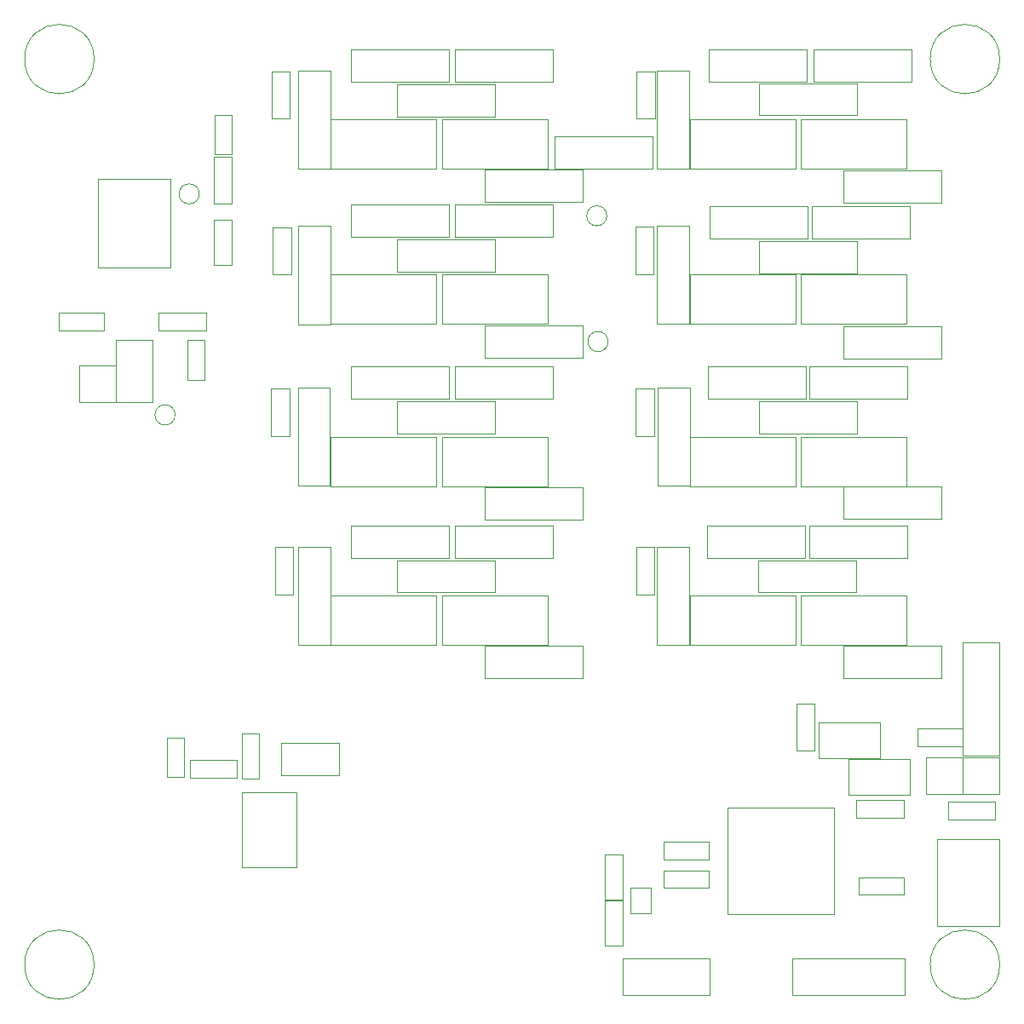
<source format=gbr>
G04 #@! TF.FileFunction,Other,User*
%FSLAX46Y46*%
G04 Gerber Fmt 4.6, Leading zero omitted, Abs format (unit mm)*
G04 Created by KiCad (PCBNEW 4.0.2-stable) date 04/10/2017 18:39:22*
%MOMM*%
G01*
G04 APERTURE LIST*
%ADD10C,0.100000*%
%ADD11C,0.050000*%
G04 APERTURE END LIST*
D10*
D11*
X149575000Y-134555000D02*
X145075000Y-134555000D01*
X149575000Y-134555000D02*
X149575000Y-132805000D01*
X145075000Y-132805000D02*
X145075000Y-134555000D01*
X145075000Y-132805000D02*
X149575000Y-132805000D01*
X145075000Y-135645000D02*
X149575000Y-135645000D01*
X145075000Y-135645000D02*
X145075000Y-137395000D01*
X149575000Y-137395000D02*
X149575000Y-135645000D01*
X149575000Y-137395000D02*
X145075000Y-137395000D01*
X164425000Y-136320000D02*
X168925000Y-136320000D01*
X164425000Y-136320000D02*
X164425000Y-138070000D01*
X168925000Y-138070000D02*
X168925000Y-136320000D01*
X168925000Y-138070000D02*
X164425000Y-138070000D01*
X104855000Y-122025000D02*
X104855000Y-126525000D01*
X104855000Y-122025000D02*
X103105000Y-122025000D01*
X103105000Y-126525000D02*
X104855000Y-126525000D01*
X103105000Y-126525000D02*
X103105000Y-122025000D01*
X102130000Y-70975000D02*
X102130000Y-75475000D01*
X102130000Y-70975000D02*
X100380000Y-70975000D01*
X100380000Y-75475000D02*
X102130000Y-75475000D01*
X100380000Y-75475000D02*
X100380000Y-70975000D01*
X139245000Y-138575000D02*
X139245000Y-134075000D01*
X139245000Y-138575000D02*
X140995000Y-138575000D01*
X140995000Y-134075000D02*
X139245000Y-134075000D01*
X140995000Y-134075000D02*
X140995000Y-138575000D01*
X141005000Y-138650000D02*
X141005000Y-143150000D01*
X141005000Y-138650000D02*
X139255000Y-138650000D01*
X139255000Y-143150000D02*
X141005000Y-143150000D01*
X139255000Y-143150000D02*
X139255000Y-138650000D01*
X84950000Y-80195000D02*
X89450000Y-80195000D01*
X84950000Y-80195000D02*
X84950000Y-81945000D01*
X89450000Y-81945000D02*
X89450000Y-80195000D01*
X89450000Y-81945000D02*
X84950000Y-81945000D01*
X169550000Y-124550000D02*
X163400000Y-124550000D01*
X163400000Y-124550000D02*
X163400000Y-128150000D01*
X163400000Y-128150000D02*
X169550000Y-128150000D01*
X169550000Y-128150000D02*
X169550000Y-124550000D01*
X166600000Y-120925000D02*
X160450000Y-120925000D01*
X160450000Y-120925000D02*
X160450000Y-124525000D01*
X160450000Y-124525000D02*
X166600000Y-124525000D01*
X166600000Y-124525000D02*
X166600000Y-120925000D01*
X157800000Y-148000000D02*
X169000000Y-148000000D01*
X169000000Y-148000000D02*
X169000000Y-144400000D01*
X169000000Y-144400000D02*
X157800000Y-144400000D01*
X157800000Y-144400000D02*
X157800000Y-148000000D01*
X87000000Y-85475000D02*
X87000000Y-89075000D01*
X87000000Y-89075000D02*
X90600000Y-89075000D01*
X90600000Y-89075000D02*
X90600000Y-85475000D01*
X90600000Y-85475000D02*
X87000000Y-85475000D01*
X171150000Y-124420000D02*
X171150000Y-128020000D01*
X171150000Y-128020000D02*
X174750000Y-128020000D01*
X174750000Y-128020000D02*
X174750000Y-124420000D01*
X174750000Y-124420000D02*
X171150000Y-124420000D01*
X147678320Y-60973520D02*
X147678320Y-65883520D01*
X147678320Y-65883520D02*
X158178320Y-65883520D01*
X158178320Y-65883520D02*
X158178320Y-60973520D01*
X158178320Y-60973520D02*
X147678320Y-60973520D01*
X147663080Y-76431960D02*
X147663080Y-81341960D01*
X147663080Y-81341960D02*
X158163080Y-81341960D01*
X158163080Y-81341960D02*
X158163080Y-76431960D01*
X158163080Y-76431960D02*
X147663080Y-76431960D01*
X147715000Y-92525000D02*
X147715000Y-97435000D01*
X147715000Y-97435000D02*
X158215000Y-97435000D01*
X158215000Y-97435000D02*
X158215000Y-92525000D01*
X158215000Y-92525000D02*
X147715000Y-92525000D01*
X147715000Y-108300000D02*
X147715000Y-113210000D01*
X147715000Y-113210000D02*
X158215000Y-113210000D01*
X158215000Y-113210000D02*
X158215000Y-108300000D01*
X158215000Y-108300000D02*
X147715000Y-108300000D01*
X111990000Y-60975000D02*
X111990000Y-65885000D01*
X111990000Y-65885000D02*
X122490000Y-65885000D01*
X122490000Y-65885000D02*
X122490000Y-60975000D01*
X122490000Y-60975000D02*
X111990000Y-60975000D01*
X158727320Y-60973520D02*
X158727320Y-65883520D01*
X158727320Y-65883520D02*
X169227320Y-65883520D01*
X169227320Y-65883520D02*
X169227320Y-60973520D01*
X169227320Y-60973520D02*
X158727320Y-60973520D01*
X158727320Y-76431960D02*
X158727320Y-81341960D01*
X158727320Y-81341960D02*
X169227320Y-81341960D01*
X169227320Y-81341960D02*
X169227320Y-76431960D01*
X169227320Y-76431960D02*
X158727320Y-76431960D01*
X158715000Y-92525000D02*
X158715000Y-97435000D01*
X158715000Y-97435000D02*
X169215000Y-97435000D01*
X169215000Y-97435000D02*
X169215000Y-92525000D01*
X169215000Y-92525000D02*
X158715000Y-92525000D01*
X158715000Y-108300000D02*
X158715000Y-113210000D01*
X158715000Y-113210000D02*
X169215000Y-113210000D01*
X169215000Y-113210000D02*
X169215000Y-108300000D01*
X169215000Y-108300000D02*
X158715000Y-108300000D01*
X123040000Y-61000000D02*
X123040000Y-65910000D01*
X123040000Y-65910000D02*
X133540000Y-65910000D01*
X133540000Y-65910000D02*
X133540000Y-61000000D01*
X133540000Y-61000000D02*
X123040000Y-61000000D01*
X111990000Y-76431960D02*
X111990000Y-81341960D01*
X111990000Y-81341960D02*
X122490000Y-81341960D01*
X122490000Y-81341960D02*
X122490000Y-76431960D01*
X122490000Y-76431960D02*
X111990000Y-76431960D01*
X111990000Y-92525000D02*
X111990000Y-97435000D01*
X111990000Y-97435000D02*
X122490000Y-97435000D01*
X122490000Y-97435000D02*
X122490000Y-92525000D01*
X122490000Y-92525000D02*
X111990000Y-92525000D01*
X111990000Y-108300000D02*
X111990000Y-113210000D01*
X111990000Y-113210000D02*
X122490000Y-113210000D01*
X122490000Y-113210000D02*
X122490000Y-108300000D01*
X122490000Y-108300000D02*
X111990000Y-108300000D01*
X123040000Y-76431960D02*
X123040000Y-81341960D01*
X123040000Y-81341960D02*
X133540000Y-81341960D01*
X133540000Y-81341960D02*
X133540000Y-76431960D01*
X133540000Y-76431960D02*
X123040000Y-76431960D01*
X123040000Y-92525000D02*
X123040000Y-97435000D01*
X123040000Y-97435000D02*
X133540000Y-97435000D01*
X133540000Y-97435000D02*
X133540000Y-92525000D01*
X133540000Y-92525000D02*
X123040000Y-92525000D01*
X123040000Y-108300000D02*
X123040000Y-113210000D01*
X123040000Y-113210000D02*
X133540000Y-113210000D01*
X133540000Y-113210000D02*
X133540000Y-108300000D01*
X133540000Y-108300000D02*
X123040000Y-108300000D01*
X144411900Y-65888580D02*
X147611900Y-65888580D01*
X147611900Y-65888580D02*
X147611900Y-56138580D01*
X147611900Y-56138580D02*
X144411900Y-56138580D01*
X144411900Y-56138580D02*
X144411900Y-65888580D01*
X144391580Y-81341940D02*
X147591580Y-81341940D01*
X147591580Y-81341940D02*
X147591580Y-71591940D01*
X147591580Y-71591940D02*
X144391580Y-71591940D01*
X144391580Y-71591940D02*
X144391580Y-81341940D01*
X144450000Y-97425000D02*
X147650000Y-97425000D01*
X147650000Y-97425000D02*
X147650000Y-87675000D01*
X147650000Y-87675000D02*
X144450000Y-87675000D01*
X144450000Y-87675000D02*
X144450000Y-97425000D01*
X144400000Y-113200000D02*
X147600000Y-113200000D01*
X147600000Y-113200000D02*
X147600000Y-103450000D01*
X147600000Y-103450000D02*
X144400000Y-103450000D01*
X144400000Y-103450000D02*
X144400000Y-113200000D01*
X108725000Y-65875000D02*
X111925000Y-65875000D01*
X111925000Y-65875000D02*
X111925000Y-56125000D01*
X111925000Y-56125000D02*
X108725000Y-56125000D01*
X108725000Y-56125000D02*
X108725000Y-65875000D01*
X159281840Y-57276800D02*
X159281840Y-54076800D01*
X159281840Y-54076800D02*
X149531840Y-54076800D01*
X149531840Y-54076800D02*
X149531840Y-57276800D01*
X149531840Y-57276800D02*
X159281840Y-57276800D01*
X159375000Y-72850000D02*
X159375000Y-69650000D01*
X159375000Y-69650000D02*
X149625000Y-69650000D01*
X149625000Y-69650000D02*
X149625000Y-72850000D01*
X149625000Y-72850000D02*
X159375000Y-72850000D01*
X159175000Y-88775000D02*
X159175000Y-85575000D01*
X159175000Y-85575000D02*
X149425000Y-85575000D01*
X149425000Y-85575000D02*
X149425000Y-88775000D01*
X149425000Y-88775000D02*
X159175000Y-88775000D01*
X159125000Y-104550000D02*
X159125000Y-101350000D01*
X159125000Y-101350000D02*
X149375000Y-101350000D01*
X149375000Y-101350000D02*
X149375000Y-104550000D01*
X149375000Y-104550000D02*
X159125000Y-104550000D01*
X123700000Y-57275000D02*
X123700000Y-54075000D01*
X123700000Y-54075000D02*
X113950000Y-54075000D01*
X113950000Y-54075000D02*
X113950000Y-57275000D01*
X113950000Y-57275000D02*
X123700000Y-57275000D01*
X154499600Y-57388960D02*
X154499600Y-60588960D01*
X154499600Y-60588960D02*
X164249600Y-60588960D01*
X164249600Y-60588960D02*
X164249600Y-57388960D01*
X164249600Y-57388960D02*
X154499600Y-57388960D01*
X154499600Y-73100000D02*
X154499600Y-76300000D01*
X154499600Y-76300000D02*
X164249600Y-76300000D01*
X164249600Y-76300000D02*
X164249600Y-73100000D01*
X164249600Y-73100000D02*
X154499600Y-73100000D01*
X154549600Y-89050000D02*
X154549600Y-92250000D01*
X154549600Y-92250000D02*
X164299600Y-92250000D01*
X164299600Y-92250000D02*
X164299600Y-89050000D01*
X164299600Y-89050000D02*
X154549600Y-89050000D01*
X154450000Y-104800000D02*
X154450000Y-108000000D01*
X154450000Y-108000000D02*
X164200000Y-108000000D01*
X164200000Y-108000000D02*
X164200000Y-104800000D01*
X164200000Y-104800000D02*
X154450000Y-104800000D01*
X118575000Y-57525000D02*
X118575000Y-60725000D01*
X118575000Y-60725000D02*
X128325000Y-60725000D01*
X128325000Y-60725000D02*
X128325000Y-57525000D01*
X128325000Y-57525000D02*
X118575000Y-57525000D01*
X159986000Y-54076800D02*
X159986000Y-57276800D01*
X159986000Y-57276800D02*
X169736000Y-57276800D01*
X169736000Y-57276800D02*
X169736000Y-54076800D01*
X169736000Y-54076800D02*
X159986000Y-54076800D01*
X159775000Y-69650000D02*
X159775000Y-72850000D01*
X159775000Y-72850000D02*
X169525000Y-72850000D01*
X169525000Y-72850000D02*
X169525000Y-69650000D01*
X169525000Y-69650000D02*
X159775000Y-69650000D01*
X159525000Y-85575000D02*
X159525000Y-88775000D01*
X159525000Y-88775000D02*
X169275000Y-88775000D01*
X169275000Y-88775000D02*
X169275000Y-85575000D01*
X169275000Y-85575000D02*
X159525000Y-85575000D01*
X159525000Y-101350000D02*
X159525000Y-104550000D01*
X159525000Y-104550000D02*
X169275000Y-104550000D01*
X169275000Y-104550000D02*
X169275000Y-101350000D01*
X169275000Y-101350000D02*
X159525000Y-101350000D01*
X124300000Y-54075000D02*
X124300000Y-57275000D01*
X124300000Y-57275000D02*
X134050000Y-57275000D01*
X134050000Y-57275000D02*
X134050000Y-54075000D01*
X134050000Y-54075000D02*
X124300000Y-54075000D01*
X162925000Y-66100000D02*
X162925000Y-69300000D01*
X162925000Y-69300000D02*
X172675000Y-69300000D01*
X172675000Y-69300000D02*
X172675000Y-66100000D01*
X172675000Y-66100000D02*
X162925000Y-66100000D01*
X162925000Y-81550000D02*
X162925000Y-84750000D01*
X162925000Y-84750000D02*
X172675000Y-84750000D01*
X172675000Y-84750000D02*
X172675000Y-81550000D01*
X172675000Y-81550000D02*
X162925000Y-81550000D01*
X162925000Y-97475000D02*
X162925000Y-100675000D01*
X162925000Y-100675000D02*
X172675000Y-100675000D01*
X172675000Y-100675000D02*
X172675000Y-97475000D01*
X172675000Y-97475000D02*
X162925000Y-97475000D01*
X162925000Y-113325000D02*
X162925000Y-116525000D01*
X162925000Y-116525000D02*
X172675000Y-116525000D01*
X172675000Y-116525000D02*
X172675000Y-113325000D01*
X172675000Y-113325000D02*
X162925000Y-113325000D01*
X127250000Y-66000000D02*
X127250000Y-69200000D01*
X127250000Y-69200000D02*
X137000000Y-69200000D01*
X137000000Y-69200000D02*
X137000000Y-66000000D01*
X137000000Y-66000000D02*
X127250000Y-66000000D01*
X108725000Y-81350000D02*
X111925000Y-81350000D01*
X111925000Y-81350000D02*
X111925000Y-71600000D01*
X111925000Y-71600000D02*
X108725000Y-71600000D01*
X108725000Y-71600000D02*
X108725000Y-81350000D01*
X108700000Y-97425000D02*
X111900000Y-97425000D01*
X111900000Y-97425000D02*
X111900000Y-87675000D01*
X111900000Y-87675000D02*
X108700000Y-87675000D01*
X108700000Y-87675000D02*
X108700000Y-97425000D01*
X108725000Y-113200000D02*
X111925000Y-113200000D01*
X111925000Y-113200000D02*
X111925000Y-103450000D01*
X111925000Y-103450000D02*
X108725000Y-103450000D01*
X108725000Y-103450000D02*
X108725000Y-113200000D01*
X123700000Y-72675000D02*
X123700000Y-69475000D01*
X123700000Y-69475000D02*
X113950000Y-69475000D01*
X113950000Y-69475000D02*
X113950000Y-72675000D01*
X113950000Y-72675000D02*
X123700000Y-72675000D01*
X123700000Y-88775000D02*
X123700000Y-85575000D01*
X123700000Y-85575000D02*
X113950000Y-85575000D01*
X113950000Y-85575000D02*
X113950000Y-88775000D01*
X113950000Y-88775000D02*
X123700000Y-88775000D01*
X123700000Y-104550000D02*
X123700000Y-101350000D01*
X123700000Y-101350000D02*
X113950000Y-101350000D01*
X113950000Y-101350000D02*
X113950000Y-104550000D01*
X113950000Y-104550000D02*
X123700000Y-104550000D01*
X118575000Y-72925000D02*
X118575000Y-76125000D01*
X118575000Y-76125000D02*
X128325000Y-76125000D01*
X128325000Y-76125000D02*
X128325000Y-72925000D01*
X128325000Y-72925000D02*
X118575000Y-72925000D01*
X118575000Y-89050000D02*
X118575000Y-92250000D01*
X118575000Y-92250000D02*
X128325000Y-92250000D01*
X128325000Y-92250000D02*
X128325000Y-89050000D01*
X128325000Y-89050000D02*
X118575000Y-89050000D01*
X118575000Y-104800000D02*
X118575000Y-108000000D01*
X118575000Y-108000000D02*
X128325000Y-108000000D01*
X128325000Y-108000000D02*
X128325000Y-104800000D01*
X128325000Y-104800000D02*
X118575000Y-104800000D01*
X124300000Y-69475000D02*
X124300000Y-72675000D01*
X124300000Y-72675000D02*
X134050000Y-72675000D01*
X134050000Y-72675000D02*
X134050000Y-69475000D01*
X134050000Y-69475000D02*
X124300000Y-69475000D01*
X124300000Y-85575000D02*
X124300000Y-88775000D01*
X124300000Y-88775000D02*
X134050000Y-88775000D01*
X134050000Y-88775000D02*
X134050000Y-85575000D01*
X134050000Y-85575000D02*
X124300000Y-85575000D01*
X124300000Y-101350000D02*
X124300000Y-104550000D01*
X124300000Y-104550000D02*
X134050000Y-104550000D01*
X134050000Y-104550000D02*
X134050000Y-101350000D01*
X134050000Y-101350000D02*
X124300000Y-101350000D01*
X127250000Y-81475000D02*
X127250000Y-84675000D01*
X127250000Y-84675000D02*
X137000000Y-84675000D01*
X137000000Y-84675000D02*
X137000000Y-81475000D01*
X137000000Y-81475000D02*
X127250000Y-81475000D01*
X127250000Y-97575000D02*
X127250000Y-100775000D01*
X127250000Y-100775000D02*
X137000000Y-100775000D01*
X137000000Y-100775000D02*
X137000000Y-97575000D01*
X137000000Y-97575000D02*
X127250000Y-97575000D01*
X127250000Y-113325000D02*
X127250000Y-116525000D01*
X127250000Y-116525000D02*
X137000000Y-116525000D01*
X137000000Y-116525000D02*
X137000000Y-113325000D01*
X137000000Y-113325000D02*
X127250000Y-113325000D01*
X97950000Y-124625000D02*
X102650000Y-124625000D01*
X97950000Y-124625000D02*
X97950000Y-126425000D01*
X102650000Y-126425000D02*
X102650000Y-124625000D01*
X102650000Y-126425000D02*
X97950000Y-126425000D01*
X100350000Y-69400000D02*
X100350000Y-64700000D01*
X100350000Y-69400000D02*
X102150000Y-69400000D01*
X102150000Y-64700000D02*
X100350000Y-64700000D01*
X102150000Y-64700000D02*
X102150000Y-69400000D01*
X94875000Y-80175000D02*
X99575000Y-80175000D01*
X94875000Y-80175000D02*
X94875000Y-81975000D01*
X99575000Y-81975000D02*
X99575000Y-80175000D01*
X99575000Y-81975000D02*
X94875000Y-81975000D01*
X178025000Y-130575000D02*
X173325000Y-130575000D01*
X178025000Y-130575000D02*
X178025000Y-128775000D01*
X173325000Y-128775000D02*
X173325000Y-130575000D01*
X173325000Y-128775000D02*
X178025000Y-128775000D01*
X103175000Y-135330000D02*
X108575000Y-135330000D01*
X103175000Y-127870000D02*
X108575000Y-127870000D01*
X103175000Y-135330000D02*
X103175000Y-127870000D01*
X108575000Y-135330000D02*
X108575000Y-127870000D01*
X88825000Y-66925000D02*
X88825000Y-75725000D01*
X96025000Y-66925000D02*
X88825000Y-66925000D01*
X96025000Y-75725000D02*
X96025000Y-66925000D01*
X88825000Y-75725000D02*
X96025000Y-75725000D01*
X97400000Y-126375000D02*
X95700000Y-126375000D01*
X95700000Y-126375000D02*
X95700000Y-122475000D01*
X95700000Y-122475000D02*
X97400000Y-122475000D01*
X97400000Y-122475000D02*
X97400000Y-126375000D01*
X102125000Y-64475000D02*
X100425000Y-64475000D01*
X100425000Y-64475000D02*
X100425000Y-60575000D01*
X100425000Y-60575000D02*
X102125000Y-60575000D01*
X102125000Y-60575000D02*
X102125000Y-64475000D01*
X97725000Y-82950000D02*
X99425000Y-82950000D01*
X99425000Y-82950000D02*
X99425000Y-86850000D01*
X99425000Y-86850000D02*
X97725000Y-86850000D01*
X97725000Y-86850000D02*
X97725000Y-82950000D01*
X94225000Y-89075000D02*
X94225000Y-82925000D01*
X94225000Y-82925000D02*
X90625000Y-82925000D01*
X90625000Y-82925000D02*
X90625000Y-89075000D01*
X90625000Y-89075000D02*
X94225000Y-89075000D01*
X168900000Y-130425000D02*
X164200000Y-130425000D01*
X168900000Y-130425000D02*
X168900000Y-128625000D01*
X164200000Y-128625000D02*
X164200000Y-130425000D01*
X164200000Y-128625000D02*
X168900000Y-128625000D01*
X160050000Y-119025000D02*
X160050000Y-123725000D01*
X160050000Y-119025000D02*
X158250000Y-119025000D01*
X158250000Y-123725000D02*
X160050000Y-123725000D01*
X158250000Y-123725000D02*
X158250000Y-119025000D01*
X107075000Y-122950000D02*
X107075000Y-126150000D01*
X107075000Y-126150000D02*
X112775000Y-126150000D01*
X112775000Y-126150000D02*
X112775000Y-122950000D01*
X112775000Y-122950000D02*
X107075000Y-122950000D01*
X143950000Y-65900000D02*
X143950000Y-62700000D01*
X143950000Y-62700000D02*
X134200000Y-62700000D01*
X134200000Y-62700000D02*
X134200000Y-65900000D01*
X134200000Y-65900000D02*
X143950000Y-65900000D01*
X143775000Y-137375000D02*
X141775000Y-137375000D01*
X141775000Y-137375000D02*
X141775000Y-139875000D01*
X143775000Y-139875000D02*
X141775000Y-139875000D01*
X143775000Y-139875000D02*
X143775000Y-137375000D01*
X151375000Y-129375000D02*
X151375000Y-139975000D01*
X161975000Y-129375000D02*
X161975000Y-139975000D01*
X151375000Y-129375000D02*
X161975000Y-129375000D01*
X151375000Y-139975000D02*
X161975000Y-139975000D01*
X144175000Y-56225000D02*
X144175000Y-60925000D01*
X144175000Y-56225000D02*
X142375000Y-56225000D01*
X142375000Y-60925000D02*
X144175000Y-60925000D01*
X142375000Y-60925000D02*
X142375000Y-56225000D01*
X144050000Y-71675000D02*
X144050000Y-76375000D01*
X144050000Y-71675000D02*
X142250000Y-71675000D01*
X142250000Y-76375000D02*
X144050000Y-76375000D01*
X142250000Y-76375000D02*
X142250000Y-71675000D01*
X144100000Y-87750000D02*
X144100000Y-92450000D01*
X144100000Y-87750000D02*
X142300000Y-87750000D01*
X142300000Y-92450000D02*
X144100000Y-92450000D01*
X142300000Y-92450000D02*
X142300000Y-87750000D01*
X144150000Y-103525000D02*
X144150000Y-108225000D01*
X144150000Y-103525000D02*
X142350000Y-103525000D01*
X142350000Y-108225000D02*
X144150000Y-108225000D01*
X142350000Y-108225000D02*
X142350000Y-103525000D01*
X107925000Y-56200000D02*
X107925000Y-60900000D01*
X107925000Y-56200000D02*
X106125000Y-56200000D01*
X106125000Y-60900000D02*
X107925000Y-60900000D01*
X106125000Y-60900000D02*
X106125000Y-56200000D01*
X108025000Y-71700000D02*
X108025000Y-76400000D01*
X108025000Y-71700000D02*
X106225000Y-71700000D01*
X106225000Y-76400000D02*
X108025000Y-76400000D01*
X106225000Y-76400000D02*
X106225000Y-71700000D01*
X107850000Y-87750000D02*
X107850000Y-92450000D01*
X107850000Y-87750000D02*
X106050000Y-87750000D01*
X106050000Y-92450000D02*
X107850000Y-92450000D01*
X106050000Y-92450000D02*
X106050000Y-87750000D01*
X108225000Y-103525000D02*
X108225000Y-108225000D01*
X108225000Y-103525000D02*
X106425000Y-103525000D01*
X106425000Y-108225000D02*
X108225000Y-108225000D01*
X106425000Y-108225000D02*
X106425000Y-103525000D01*
X140975000Y-148000000D02*
X149625000Y-148000000D01*
X149625000Y-148000000D02*
X149625000Y-144400000D01*
X149625000Y-144400000D02*
X140975000Y-144400000D01*
X140975000Y-144400000D02*
X140975000Y-148000000D01*
X172250000Y-132550000D02*
X172250000Y-141200000D01*
X172250000Y-141200000D02*
X178400000Y-141200000D01*
X178400000Y-141200000D02*
X178400000Y-132550000D01*
X178400000Y-132550000D02*
X172250000Y-132550000D01*
X178450000Y-145000000D02*
G75*
G03X178450000Y-145000000I-3450000J0D01*
G01*
X178450000Y-55000000D02*
G75*
G03X178450000Y-55000000I-3450000J0D01*
G01*
X88450000Y-55000000D02*
G75*
G03X88450000Y-55000000I-3450000J0D01*
G01*
X88450000Y-145000000D02*
G75*
G03X88450000Y-145000000I-3450000J0D01*
G01*
X98900000Y-68400000D02*
G75*
G03X98900000Y-68400000I-1000000J0D01*
G01*
X96500000Y-90360000D02*
G75*
G03X96500000Y-90360000I-1000000J0D01*
G01*
X139410000Y-70580000D02*
G75*
G03X139410000Y-70580000I-1000000J0D01*
G01*
X139530000Y-83070000D02*
G75*
G03X139530000Y-83070000I-1000000J0D01*
G01*
X174810000Y-123290000D02*
X170310000Y-123290000D01*
X174810000Y-123290000D02*
X174810000Y-121540000D01*
X170310000Y-121540000D02*
X170310000Y-123290000D01*
X170310000Y-121540000D02*
X174810000Y-121540000D01*
X174800000Y-124420000D02*
X174800000Y-128020000D01*
X174800000Y-128020000D02*
X178400000Y-128020000D01*
X178400000Y-128020000D02*
X178400000Y-124420000D01*
X178400000Y-124420000D02*
X174800000Y-124420000D01*
X178400000Y-124210000D02*
X178400000Y-113010000D01*
X178400000Y-113010000D02*
X174800000Y-113010000D01*
X174800000Y-113010000D02*
X174800000Y-124210000D01*
X174800000Y-124210000D02*
X178400000Y-124210000D01*
M02*

</source>
